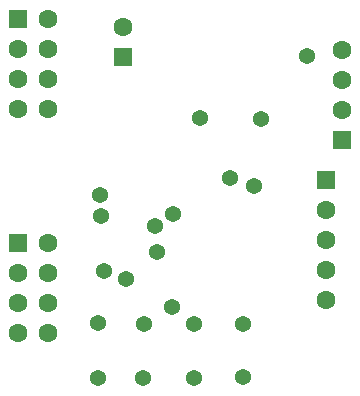
<source format=gbs>
G04*
G04 #@! TF.GenerationSoftware,Altium Limited,Altium Designer,20.2.6 (244)*
G04*
G04 Layer_Color=16711935*
%FSLAX25Y25*%
%MOIN*%
G70*
G04*
G04 #@! TF.SameCoordinates,B2635FF8-235B-44FB-8225-BCA2550F652E*
G04*
G04*
G04 #@! TF.FilePolarity,Negative*
G04*
G01*
G75*
%ADD29R,0.06306X0.06306*%
%ADD30C,0.06306*%
%ADD31C,0.05400*%
D29*
X58100Y118400D02*
D03*
X23000Y131000D02*
D03*
Y56500D02*
D03*
X125750Y77500D02*
D03*
X130900Y90600D02*
D03*
D30*
X58100Y128400D02*
D03*
X33000Y101000D02*
D03*
X23000D02*
D03*
X33000Y111000D02*
D03*
X23000D02*
D03*
X33000Y121000D02*
D03*
X23000D02*
D03*
X33000Y131000D02*
D03*
Y26500D02*
D03*
X23000D02*
D03*
X33000Y36500D02*
D03*
X23000D02*
D03*
X33000Y46500D02*
D03*
X23000D02*
D03*
X33000Y56500D02*
D03*
X125750Y37500D02*
D03*
Y47500D02*
D03*
Y57500D02*
D03*
Y67500D02*
D03*
X130900Y120600D02*
D03*
Y110600D02*
D03*
Y100600D02*
D03*
D31*
X98100Y29200D02*
D03*
X81600D02*
D03*
X74200Y35000D02*
D03*
X74800Y66000D02*
D03*
X83500Y98000D02*
D03*
X59000Y44250D02*
D03*
X51600Y47100D02*
D03*
X50400Y72500D02*
D03*
X49800Y11300D02*
D03*
X69200Y53500D02*
D03*
X50600Y65400D02*
D03*
X93500Y78000D02*
D03*
X119250Y118750D02*
D03*
X64800Y11200D02*
D03*
X98100Y11700D02*
D03*
X49700Y29800D02*
D03*
X101500Y75500D02*
D03*
X65000Y29300D02*
D03*
X104000Y97750D02*
D03*
X68600Y62100D02*
D03*
X81700Y11200D02*
D03*
M02*

</source>
